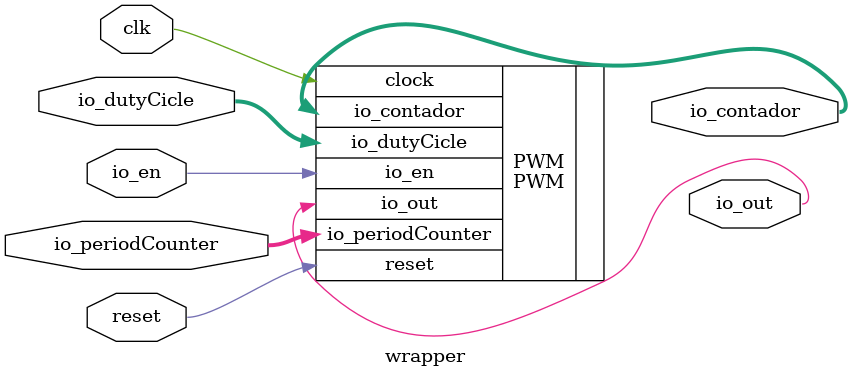
<source format=sv>

module wrapper(
  input        clk,
  input        reset,
  input  [7:0] io_periodCounter,
  input        io_en,
  input  [7:0] io_dutyCicle,
  output       io_out,
  output [7:0] io_contador
);

  reg init  = 1;
  reg Rinit = 1;

  always @(posedge clk) begin
    init <= 0;
    Rinit <= init;

    if (Rinit)begin
       assume(reset);
    end
       
    assume (io_dutyCicle<io_periodCounter && io_dutyCicle>0); 
    assume (io_periodCounter > 0);
          
    
    
    if (!reset ) begin
    	if (reset) begin
    	assert (io_contador == 0);
    	end
    	
    	if (!io_en)begin
    	assert (io_out == 0);
    	end
    	
        if(io_contador <= io_dutyCicle && io_contador>0)begin
        assume (io_en);
    	assert (io_out == 1);
    	end
    	
    	if (io_contador>io_dutyCicle && io_contador<= io_periodCounter)begin
    	assume (io_en);
    	assert (io_out == 0);
    	end
    	
    	
    	

    	
    end
/*END DEL ALWAYS*/
  end 


  PWM PWM(
    .clock(clk),
    .reset(reset),
    .io_periodCounter(io_periodCounter),
    .io_en(io_en),
    .io_dutyCicle(io_dutyCicle),
    .io_out(io_out),
    .io_contador(io_contador)
  );

endmodule

</source>
